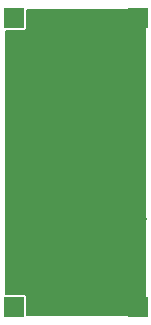
<source format=gbl>
G04 #@! TF.GenerationSoftware,KiCad,Pcbnew,5.0.0-fee4fd1~66~ubuntu16.04.1*
G04 #@! TF.CreationDate,2018-09-13T19:17:13+02:00*
G04 #@! TF.ProjectId,mav_ovp,6D61765F6F76702E6B696361645F7063,rev?*
G04 #@! TF.SameCoordinates,Original*
G04 #@! TF.FileFunction,Copper,L2,Bot,Signal*
G04 #@! TF.FilePolarity,Positive*
%FSLAX46Y46*%
G04 Gerber Fmt 4.6, Leading zero omitted, Abs format (unit mm)*
G04 Created by KiCad (PCBNEW 5.0.0-fee4fd1~66~ubuntu16.04.1) date Thu Sep 13 19:17:13 2018*
%MOMM*%
%LPD*%
G01*
G04 APERTURE LIST*
G04 #@! TA.AperFunction,ComponentPad*
%ADD10R,1.700000X1.700000*%
G04 #@! TD*
G04 #@! TA.AperFunction,ViaPad*
%ADD11C,0.800000*%
G04 #@! TD*
G04 #@! TA.AperFunction,Conductor*
%ADD12C,0.200000*%
G04 #@! TD*
G04 APERTURE END LIST*
D10*
G04 #@! TO.P,J4,1*
G04 #@! TO.N,GND*
X106000000Y-82500000D03*
G04 #@! TD*
G04 #@! TO.P,J3,1*
G04 #@! TO.N,GND*
X106000000Y-107000000D03*
G04 #@! TD*
G04 #@! TO.P,J2,1*
G04 #@! TO.N,/VOUT*
X95500000Y-82500000D03*
G04 #@! TD*
G04 #@! TO.P,J1,1*
G04 #@! TO.N,/VIN*
X95500000Y-107000000D03*
G04 #@! TD*
D11*
G04 #@! TO.N,GND*
X106324974Y-99500000D03*
X101930024Y-105300000D03*
X106300000Y-101600000D03*
X102600000Y-98800000D03*
X99000000Y-107200000D03*
X104200000Y-107200000D03*
X101700000Y-107200000D03*
X105400000Y-93200000D03*
X99700000Y-93300000D03*
X99900000Y-85100000D03*
X105500000Y-85100000D03*
G04 #@! TD*
D12*
G04 #@! TO.N,GND*
G36*
X106625000Y-107625000D02*
X96655877Y-107625000D01*
X96655877Y-106150000D01*
X96632593Y-106032946D01*
X96566288Y-105933712D01*
X96467054Y-105867407D01*
X96350000Y-105844123D01*
X94875000Y-105844123D01*
X94875000Y-83655877D01*
X96350000Y-83655877D01*
X96467054Y-83632593D01*
X96566288Y-83566288D01*
X96632593Y-83467054D01*
X96655877Y-83350000D01*
X96655877Y-81875000D01*
X106625001Y-81875000D01*
X106625000Y-107625000D01*
X106625000Y-107625000D01*
G37*
X106625000Y-107625000D02*
X96655877Y-107625000D01*
X96655877Y-106150000D01*
X96632593Y-106032946D01*
X96566288Y-105933712D01*
X96467054Y-105867407D01*
X96350000Y-105844123D01*
X94875000Y-105844123D01*
X94875000Y-83655877D01*
X96350000Y-83655877D01*
X96467054Y-83632593D01*
X96566288Y-83566288D01*
X96632593Y-83467054D01*
X96655877Y-83350000D01*
X96655877Y-81875000D01*
X106625001Y-81875000D01*
X106625000Y-107625000D01*
G04 #@! TD*
M02*

</source>
